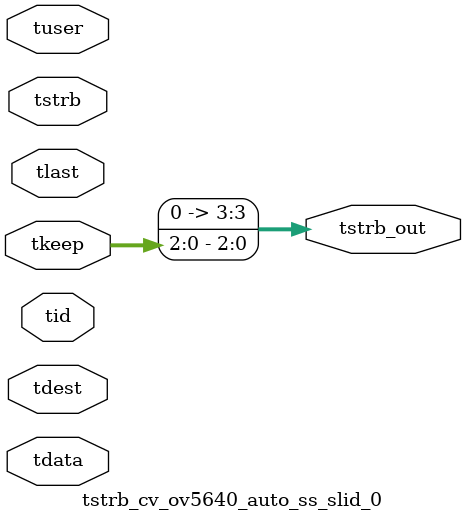
<source format=v>


`timescale 1ps/1ps

module tstrb_cv_ov5640_auto_ss_slid_0 #
(
parameter C_S_AXIS_TDATA_WIDTH = 32,
parameter C_S_AXIS_TUSER_WIDTH = 0,
parameter C_S_AXIS_TID_WIDTH   = 0,
parameter C_S_AXIS_TDEST_WIDTH = 0,
parameter C_M_AXIS_TDATA_WIDTH = 32
)
(
input  [(C_S_AXIS_TDATA_WIDTH == 0 ? 1 : C_S_AXIS_TDATA_WIDTH)-1:0     ] tdata,
input  [(C_S_AXIS_TUSER_WIDTH == 0 ? 1 : C_S_AXIS_TUSER_WIDTH)-1:0     ] tuser,
input  [(C_S_AXIS_TID_WIDTH   == 0 ? 1 : C_S_AXIS_TID_WIDTH)-1:0       ] tid,
input  [(C_S_AXIS_TDEST_WIDTH == 0 ? 1 : C_S_AXIS_TDEST_WIDTH)-1:0     ] tdest,
input  [(C_S_AXIS_TDATA_WIDTH/8)-1:0 ] tkeep,
input  [(C_S_AXIS_TDATA_WIDTH/8)-1:0 ] tstrb,
input                                                                    tlast,
output [(C_M_AXIS_TDATA_WIDTH/8)-1:0 ] tstrb_out
);

assign tstrb_out = {tkeep[2:0]};

endmodule


</source>
